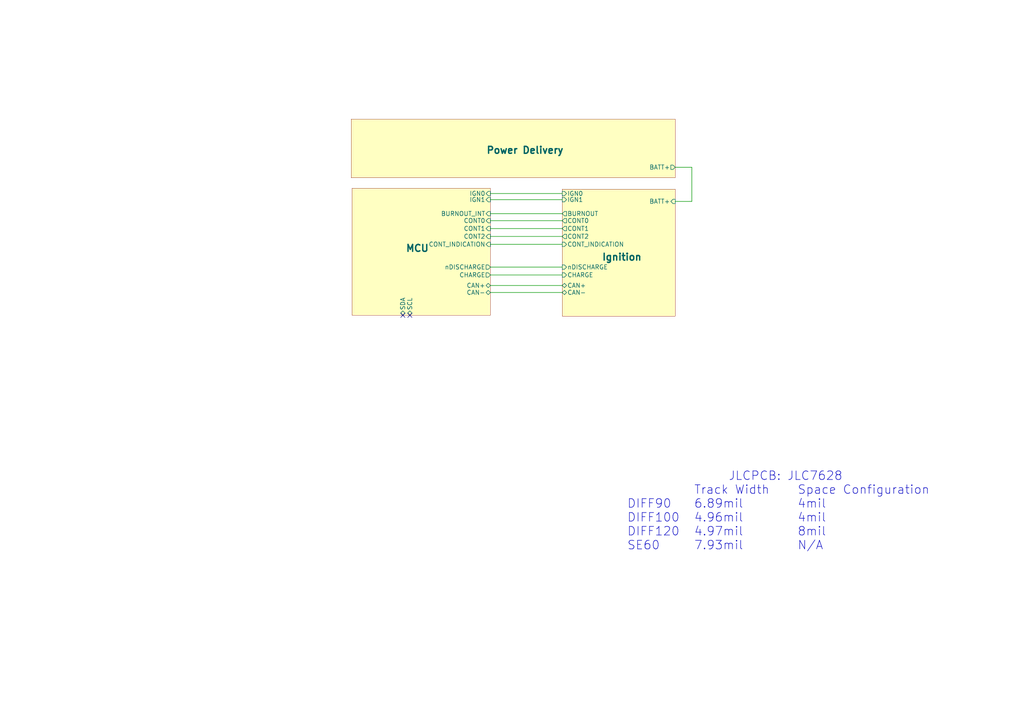
<source format=kicad_sch>
(kicad_sch (version 20210621) (generator eeschema)
  (paper "A4")
  (title_block (title "Badger-Pike: Engine Control Module") (date "2021-09-01") (rev "Rev. 4") (company "Badger"))
  (lib_symbols)
  (no_connect (at 116.84 91.44))
  (no_connect (at 118.872 91.44))
  (wire (pts (xy 142.24 56.134) (xy 163.068 56.134)))
  (wire (pts (xy 142.24 57.912) (xy 163.068 57.912)))
  (wire (pts (xy 142.24 61.976) (xy 163.068 61.976)))
  (wire (pts (xy 142.24 64.008) (xy 163.068 64.008)))
  (wire (pts (xy 142.24 66.294) (xy 163.068 66.294)))
  (wire (pts (xy 142.24 68.58) (xy 163.068 68.58)))
  (wire (pts (xy 142.24 70.866) (xy 163.068 70.866)))
  (wire (pts (xy 142.24 77.47) (xy 163.068 77.47)))
  (wire (pts (xy 142.24 79.756) (xy 163.068 79.756)))
  (wire (pts (xy 142.24 82.804) (xy 163.068 82.804)))
  (wire (pts (xy 142.24 84.836) (xy 163.068 84.836)))
  (wire (pts (xy 195.834 48.514) (xy 200.66 48.514)))
  (wire (pts (xy 200.66 48.514) (xy 200.66 58.42)))
  (wire (pts (xy 200.66 58.42) (xy 195.834 58.42)))
  (text "			JLCPCB: JLC7628 \n		Track Width	Space Configuration\nDIFF90	6.89mil		4mil\nDIFF100	4.96mil		4mil\nDIFF120	4.97mil		8mil\nSE60	7.93mil		N/A" (at 181.864 159.766 0) (effects (font (size 2.5 2.5)) (justify left bottom)))
  (sheet (at 163.068 54.864) (size 32.766 36.83) (stroke (width 0.0006)) (fill (color 255 255 194 1.0000))
    (property "Sheet name" "Ignition" (at 174.498 75.7073 0) (effects (font (size 2 2) bold) (justify left bottom)))
    (property "Sheet file" "ignition.kicad_sch" (effects hide))
    (pin "BATT+" input (at 195.834 58.42 0))
    (pin "IGN0" input (at 163.068 56.134 180))
    (pin "CONT2" output (at 163.068 68.58 180))
    (pin "CONT1" output (at 163.068 66.294 180))
    (pin "CONT0" output (at 163.068 64.008 180))
    (pin "CONT_INDICATION" input (at 163.068 70.866 180))
    (pin "BURNOUT" output (at 163.068 61.976 180))
    (pin "CAN+" bidirectional (at 163.068 82.804 180))
    (pin "CAN-" bidirectional (at 163.068 84.836 180))
    (pin "nDISCHARGE" input (at 163.068 77.47 180))
    (pin "CHARGE" input (at 163.068 79.756 180))
    (pin "IGN1" input (at 163.068 57.912 180))
  )
  (sheet (at 102.108 54.61) (size 40.132 36.83) (stroke (width 0.0006)) (fill (color 255 255 194 1.0000))
    (property "Sheet name" "MCU" (at 117.602 73.1673 0) (effects (font (size 2 2) bold) (justify left bottom)))
    (property "Sheet file" "mcu.kicad_sch" (effects hide))
    (pin "BURNOUT_INT" input (at 142.24 61.976 0))
    (pin "CONT0" input (at 142.24 64.008 0))
    (pin "CONT1" input (at 142.24 66.294 0))
    (pin "CONT2" input (at 142.24 68.58 0))
    (pin "CONT_INDICATION" input (at 142.24 70.866 0))
    (pin "IGN0" input (at 142.24 56.134 0))
    (pin "CAN+" bidirectional (at 142.24 82.804 0))
    (pin "CAN-" bidirectional (at 142.24 84.836 0))
    (pin "nDISCHARGE" output (at 142.24 77.47 0))
    (pin "CHARGE" output (at 142.24 79.756 0))
    (pin "SDA" bidirectional (at 116.84 91.44 270))
    (pin "SCL" bidirectional (at 118.872 91.44 270))
    (pin "IGN1" input (at 142.24 57.912 0))
  )
  (sheet (at 101.854 34.544) (size 93.98 17.018) (stroke (width 0.0006)) (fill (color 255 255 194 1.0000))
    (property "Sheet name" "Power Delivery" (at 140.97 44.7193 0) (effects (font (size 2 2) bold) (justify left bottom)))
    (property "Sheet file" "power.kicad_sch" (effects hide))
    (pin "BATT+" output (at 195.834 48.514 0))
  )
)
</source>
